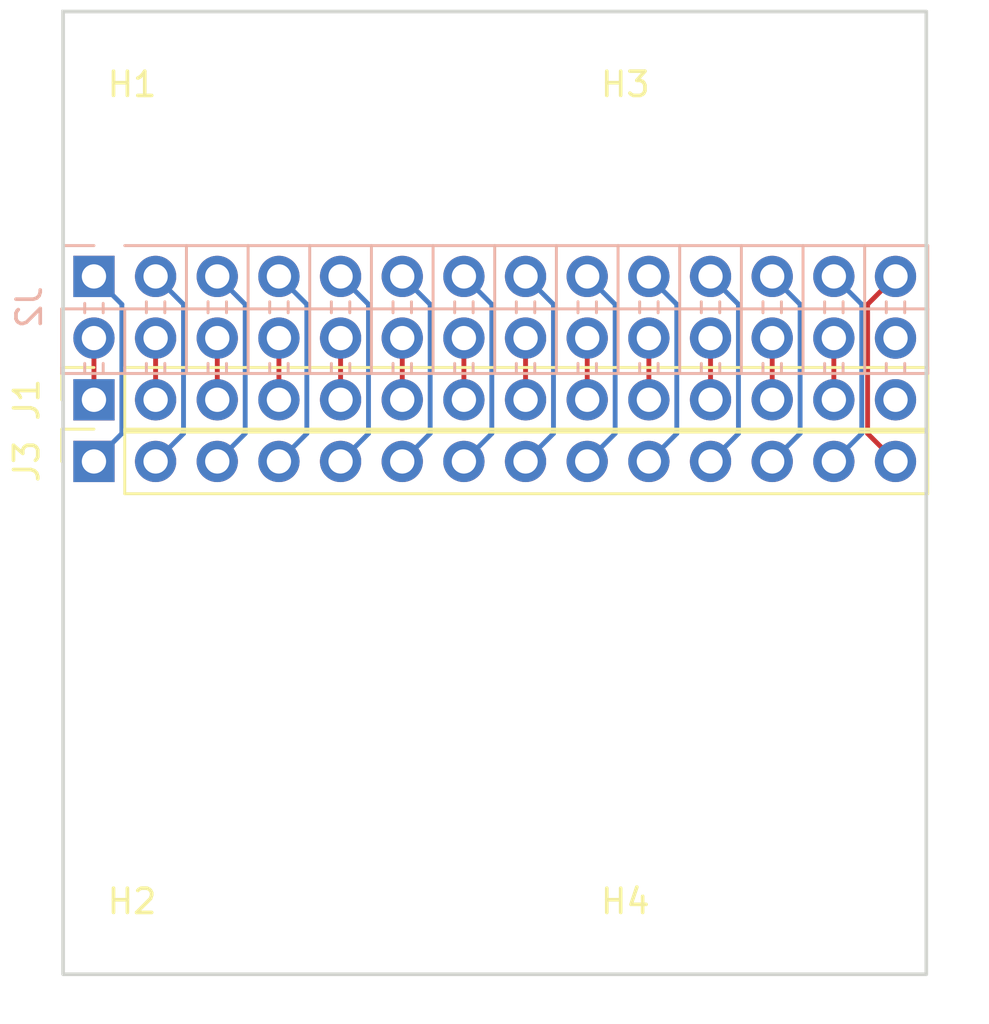
<source format=kicad_pcb>
(kicad_pcb (version 20240108) (generator "pcbnew") (generator_version "8.0")
  (layers (0 "F.Cu" signal) (31 "B.Cu" signal) (34 "B.Paste" user) (35 "F.Paste" user) (36 "B.SilkS" user "B.Silkscreen") (37 "F.SilkS" user "F.Silkscreen") (38 "B.Mask" user) (39 "F.Mask" user) (44 "Edge.Cuts" user))
  (net 0 "")
  (net 1 "/a01")
  (net 2 "/a05")
  (net 3 "/a14")
  (net 4 "/a11")
  (net 5 "/a02")
  (net 6 "/a06")
  (net 7 "/a13")
  (net 8 "/a07")
  (net 9 "/a12")
  (net 10 "/a03")
  (net 11 "/a10")
  (net 12 "/a08")
  (net 13 "/a04")
  (net 14 "/a09")
  (net 15 "/b10")
  (net 16 "/b06")
  (net 17 "/b01")
  (net 18 "/b11")
  (net 19 "/b12")
  (net 20 "/b05")
  (net 21 "/b13")
  (net 22 "/b07")
  (net 23 "/b08")
  (net 24 "/b02")
  (net 25 "/b14")
  (net 26 "/b09")
  (net 27 "/b04")
  (net 28 "/b03")
  (footprint "Connector_PinSocket_2.54mm:PinSocket_1x14_P2.54mm_Vertical" (layer "F.Cu") (at 1.27 20.955 90)
    (property "Reference" "J3" (at 0 -2.77 90) (layer "F.SilkS"))
    (property "Value" "Conn_01x14_Socket")
    (fp_line (start 1.33 -1.33) (end 1.33 0) (stroke (width 0.12)) (layer "F.SilkS"))
    (fp_line (start 0 -1.33) (end 1.33 -1.33) (stroke (width 0.12)) (layer "F.SilkS"))
    (fp_line (start 1.33 1.27) (end 1.33 34.35) (stroke (width 0.12)) (layer "F.SilkS"))
    (fp_line (start -1.33 1.27) (end 1.33 1.27) (stroke (width 0.12)) (layer "F.SilkS"))
    (fp_line (start -1.33 1.27) (end -1.33 34.35) (stroke (width 0.12)) (layer "F.SilkS"))
    (fp_line (start -1.33 34.35) (end 1.33 34.35) (stroke (width 0.12)) (layer "F.SilkS"))
    (pad "1" thru_hole rect (at 0 0 90) (size 1.7 1.7) (drill 1) (layers "*.Cu" "*.Mask") (net 17 "/b01"))
    (pad "2" thru_hole oval (at 0 2.54 90) (size 1.7 1.7) (drill 1) (layers "*.Cu" "*.Mask") (net 24 "/b02"))
    (pad "3" thru_hole oval (at 0 5.08 90) (size 1.7 1.7) (drill 1) (layers "*.Cu" "*.Mask") (net 28 "/b03"))
    (pad "4" thru_hole oval (at 0 7.62 90) (size 1.7 1.7) (drill 1) (layers "*.Cu" "*.Mask") (net 27 "/b04"))
    (pad "5" thru_hole oval (at 0 10.16 90) (size 1.7 1.7) (drill 1) (layers "*.Cu" "*.Mask") (net 20 "/b05"))
    (pad "6" thru_hole oval (at 0 12.7 90) (size 1.7 1.7) (drill 1) (layers "*.Cu" "*.Mask") (net 16 "/b06"))
    (pad "7" thru_hole oval (at 0 15.24 90) (size 1.7 1.7) (drill 1) (layers "*.Cu" "*.Mask") (net 22 "/b07"))
    (pad "8" thru_hole oval (at 0 17.78 90) (size 1.7 1.7) (drill 1) (layers "*.Cu" "*.Mask") (net 23 "/b08"))
    (pad "9" thru_hole oval (at 0 20.32 90) (size 1.7 1.7) (drill 1) (layers "*.Cu" "*.Mask") (net 26 "/b09"))
    (pad "10" thru_hole oval (at 0 22.86 90) (size 1.7 1.7) (drill 1) (layers "*.Cu" "*.Mask") (net 15 "/b10"))
    (pad "11" thru_hole oval (at 0 25.4 90) (size 1.7 1.7) (drill 1) (layers "*.Cu" "*.Mask") (net 18 "/b11"))
    (pad "12" thru_hole oval (at 0 27.94 90) (size 1.7 1.7) (drill 1) (layers "*.Cu" "*.Mask") (net 19 "/b12"))
    (pad "13" thru_hole oval (at 0 30.48 90) (size 1.7 1.7) (drill 1) (layers "*.Cu" "*.Mask") (net 21 "/b13"))
    (pad "14" thru_hole oval (at 0 33.02 90) (size 1.7 1.7) (drill 1) (layers "*.Cu" "*.Mask") (net 25 "/b14"))
  )
  (footprint "EXC:MountingHole_3.2mm_M3" (layer "F.Cu") (at 27.94 5.425)
    (property "Reference" "H3" (at -3.683 0 0) (layer "F.SilkS") (effects (justify right)))
    (property "Value" "Eurorack_M3_MountingHole")
    (pad "" np_thru_hole oval (at 0 0) (size 4.8 3.2) (drill oval 4.8 3.2) (layers "F&B.Cu" "*.Mask"))
  )
  (footprint "Connector_PinSocket_2.54mm:PinSocket_1x14_P2.54mm_Vertical" (layer "F.Cu") (at 1.27 18.415 90)
    (property "Reference" "J1" (at 0 -2.77 90) (layer "F.SilkS"))
    (property "Value" "Conn_01x14_Socket")
    (fp_line (start 1.33 -1.33) (end 1.33 0) (stroke (width 0.12)) (layer "F.SilkS"))
    (fp_line (start 0 -1.33) (end 1.33 -1.33) (stroke (width 0.12)) (layer "F.SilkS"))
    (fp_line (start 1.33 1.27) (end 1.33 34.35) (stroke (width 0.12)) (layer "F.SilkS"))
    (fp_line (start -1.33 1.27) (end 1.33 1.27) (stroke (width 0.12)) (layer "F.SilkS"))
    (fp_line (start -1.33 1.27) (end -1.33 34.35) (stroke (width 0.12)) (layer "F.SilkS"))
    (fp_line (start -1.33 34.35) (end 1.33 34.35) (stroke (width 0.12)) (layer "F.SilkS"))
    (pad "1" thru_hole rect (at 0 0 90) (size 1.7 1.7) (drill 1) (layers "*.Cu" "*.Mask") (net 1 "/a01"))
    (pad "2" thru_hole oval (at 0 2.54 90) (size 1.7 1.7) (drill 1) (layers "*.Cu" "*.Mask") (net 5 "/a02"))
    (pad "3" thru_hole oval (at 0 5.08 90) (size 1.7 1.7) (drill 1) (layers "*.Cu" "*.Mask") (net 10 "/a03"))
    (pad "4" thru_hole oval (at 0 7.62 90) (size 1.7 1.7) (drill 1) (layers "*.Cu" "*.Mask") (net 13 "/a04"))
    (pad "5" thru_hole oval (at 0 10.16 90) (size 1.7 1.7) (drill 1) (layers "*.Cu" "*.Mask") (net 2 "/a05"))
    (pad "6" thru_hole oval (at 0 12.7 90) (size 1.7 1.7) (drill 1) (layers "*.Cu" "*.Mask") (net 6 "/a06"))
    (pad "7" thru_hole oval (at 0 15.24 90) (size 1.7 1.7) (drill 1) (layers "*.Cu" "*.Mask") (net 8 "/a07"))
    (pad "8" thru_hole oval (at 0 17.78 90) (size 1.7 1.7) (drill 1) (layers "*.Cu" "*.Mask") (net 12 "/a08"))
    (pad "9" thru_hole oval (at 0 20.32 90) (size 1.7 1.7) (drill 1) (layers "*.Cu" "*.Mask") (net 14 "/a09"))
    (pad "10" thru_hole oval (at 0 22.86 90) (size 1.7 1.7) (drill 1) (layers "*.Cu" "*.Mask") (net 11 "/a10"))
    (pad "11" thru_hole oval (at 0 25.4 90) (size 1.7 1.7) (drill 1) (layers "*.Cu" "*.Mask") (net 4 "/a11"))
    (pad "12" thru_hole oval (at 0 27.94 90) (size 1.7 1.7) (drill 1) (layers "*.Cu" "*.Mask") (net 9 "/a12"))
    (pad "13" thru_hole oval (at 0 30.48 90) (size 1.7 1.7) (drill 1) (layers "*.Cu" "*.Mask") (net 7 "/a13"))
    (pad "14" thru_hole oval (at 0 33.02 90) (size 1.7 1.7) (drill 1) (layers "*.Cu" "*.Mask") (net 3 "/a14"))
  )
  (footprint "EXC:MountingHole_3.2mm_M3" (layer "F.Cu") (at 7.62 5.425)
    (property "Reference" "H1" (at -3.683 0 0) (layer "F.SilkS") (effects (justify right)))
    (property "Value" "Eurorack_M3_MountingHole")
    (pad "" np_thru_hole oval (at 0 0) (size 4.8 3.2) (drill oval 4.8 3.2) (layers "F&B.Cu" "*.Mask"))
  )
  (footprint "EXC:MountingHole_3.2mm_M3" (layer "F.Cu") (at 27.94 39.075)
    (property "Reference" "H4" (at -3.683 0 0) (layer "F.SilkS") (effects (justify right)))
    (property "Value" "Eurorack_M3_MountingHole")
    (pad "" np_thru_hole oval (at 0 0) (size 4.8 3.2) (drill oval 4.8 3.2) (layers "F&B.Cu" "*.Mask"))
  )
  (footprint "EXC:MountingHole_3.2mm_M3" (layer "F.Cu") (at 7.62 39.075)
    (property "Reference" "H2" (at -3.683 0 0) (layer "F.SilkS") (effects (justify right)))
    (property "Value" "Eurorack_M3_MountingHole")
    (pad "" np_thru_hole oval (at 0 0) (size 4.8 3.2) (drill oval 4.8 3.2) (layers "F&B.Cu" "*.Mask"))
  )
  (footprint "EXC:MountingHole_3.2mm_M3" (layer "F.Cu") (at 19.05 28.1)
    (property "Reference" "REF**" (hide yes))
    (property "Value" "MountingHole_3.2mm_M3" (hide yes))
    (pad "" np_thru_hole oval (at 0 0) (size 18.575 10.75) (drill oval 18.575 10.75) (layers "F&B.Cu" "*.Mask"))
  )
  (footprint "Connector_PinHeader_2.54mm:PinHeader_2x14_P2.54mm_Horizontal" (layer "B.Cu") (at 1.27 13.335 -90)
    (property "Reference" "J2" (at 1.27 2.667 90) (layer "B.SilkS") (effects (justify mirror)))
    (property "Value" "Conn_02x14_Odd_Even")
    (fp_line (start 1.337 1.33) (end 3.997 1.33) (stroke (width 0.12)) (layer "B.SilkS"))
    (fp_line (start 3.997 1.33) (end 3.997 -34.35) (stroke (width 0.12)) (layer "B.SilkS"))
    (fp_line (start -1.27 1.27) (end -1.27 0) (stroke (width 0.12)) (layer "B.SilkS"))
    (fp_line (start 0 1.27) (end -1.27 1.27) (stroke (width 0.12)) (layer "B.SilkS"))
    (fp_line (start 1.497071 0.38) (end 1.11 0.38) (stroke (width 0.12)) (layer "B.SilkS"))
    (fp_line (start 3.98 0.38) (end 3.582929 0.38) (stroke (width 0.12)) (layer "B.SilkS"))
    (fp_line (start 1.497071 -0.38) (end 1.11 -0.38) (stroke (width 0.12)) (layer "B.SilkS"))
    (fp_line (start 3.98 -0.38) (end 3.582929 -0.38) (stroke (width 0.12)) (layer "B.SilkS"))
    (fp_line (start 3.997 -1.27) (end 1.337 -1.27) (stroke (width 0.12)) (layer "B.SilkS"))
    (fp_line (start 1.497071 -2.16) (end 1.042929 -2.16) (stroke (width 0.12)) (layer "B.SilkS"))
    (fp_line (start 3.98 -2.16) (end 3.582929 -2.16) (stroke (width 0.12)) (layer "B.SilkS"))
    (fp_line (start 1.497071 -2.92) (end 1.042929 -2.92) (stroke (width 0.12)) (layer "B.SilkS"))
    (fp_line (start 3.98 -2.92) (end 3.582929 -2.92) (stroke (width 0.12)) (layer "B.SilkS"))
    (fp_line (start 1.39 -3.81) (end -1.27 -3.81) (stroke (width 0.12)) (layer "B.SilkS"))
    (fp_line (start 3.997 -3.81) (end 1.337 -3.81) (stroke (width 0.12)) (layer "B.SilkS"))
    (fp_line (start 1.497071 -4.7) (end 1.042929 -4.7) (stroke (width 0.12)) (layer "B.SilkS"))
    (fp_line (start 3.98 -4.7) (end 3.582929 -4.7) (stroke (width 0.12)) (layer "B.SilkS"))
    (fp_line (start 1.497071 -5.46) (end 1.042929 -5.46) (stroke (width 0.12)) (layer "B.SilkS"))
    (fp_line (start 3.98 -5.46) (end 3.582929 -5.46) (stroke (width 0.12)) (layer "B.SilkS"))
    (fp_line (start 1.39 -6.35) (end -1.27 -6.35) (stroke (width 0.12)) (layer "B.SilkS"))
    (fp_line (start 3.997 -6.35) (end 1.337 -6.35) (stroke (width 0.12)) (layer "B.SilkS"))
    (fp_line (start 1.497071 -7.24) (end 1.042929 -7.24) (stroke (width 0.12)) (layer "B.SilkS"))
    (fp_line (start 3.98 -7.24) (end 3.582929 -7.24) (stroke (width 0.12)) (layer "B.SilkS"))
    (fp_line (start 1.497071 -8) (end 1.042929 -8) (stroke (width 0.12)) (layer "B.SilkS"))
    (fp_line (start 3.98 -8) (end 3.582929 -8) (stroke (width 0.12)) (layer "B.SilkS"))
    (fp_line (start 1.39 -8.89) (end -1.27 -8.89) (stroke (width 0.12)) (layer "B.SilkS"))
    (fp_line (start 3.997 -8.89) (end 1.337 -8.89) (stroke (width 0.12)) (layer "B.SilkS"))
    (fp_line (start 1.497071 -9.78) (end 1.042929 -9.78) (stroke (width 0.12)) (layer "B.SilkS"))
    (fp_line (start 3.98 -9.78) (end 3.582929 -9.78) (stroke (width 0.12)) (layer "B.SilkS"))
    (fp_line (start 1.497071 -10.54) (end 1.042929 -10.54) (stroke (width 0.12)) (layer "B.SilkS"))
    (fp_line (start 3.98 -10.54) (end 3.582929 -10.54) (stroke (width 0.12)) (layer "B.SilkS"))
    (fp_line (start 1.39 -11.43) (end -1.27 -11.43) (stroke (width 0.12)) (layer "B.SilkS"))
    (fp_line (start 3.997 -11.43) (end 1.337 -11.43) (stroke (width 0.12)) (layer "B.SilkS"))
    (fp_line (start 1.497071 -12.32) (end 1.042929 -12.32) (stroke (width 0.12)) (layer "B.SilkS"))
    (fp_line (start 3.98 -12.32) (end 3.582929 -12.32) (stroke (width 0.12)) (layer "B.SilkS"))
    (fp_line (start 1.497071 -13.08) (end 1.042929 -13.08) (stroke (width 0.12)) (layer "B.SilkS"))
    (fp_line (start 3.98 -13.08) (end 3.582929 -13.08) (stroke (width 0.12)) (layer "B.SilkS"))
    (fp_line (start 1.39 -13.97) (end -1.27 -13.97) (stroke (width 0.12)) (layer "B.SilkS"))
    (fp_line (start 3.997 -13.97) (end 1.337 -13.97) (stroke (width 0.12)) (layer "B.SilkS"))
    (fp_line (start 1.497071 -14.86) (end 1.042929 -14.86) (stroke (width 0.12)) (layer "B.SilkS"))
    (fp_line (start 3.98 -14.86) (end 3.582929 -14.86) (stroke (width 0.12)) (layer "B.SilkS"))
    (fp_line (start 1.497071 -15.62) (end 1.042929 -15.62) (stroke (width 0.12)) (layer "B.SilkS"))
    (fp_line (start 3.98 -15.62) (end 3.582929 -15.62) (stroke (width 0.12)) (layer "B.SilkS"))
    (fp_line (start 1.39 -16.51) (end -1.27 -16.51) (stroke (width 0.12)) (layer "B.SilkS"))
    (fp_line (start 3.997 -16.51) (end 1.337 -16.51) (stroke (width 0.12)) (layer "B.SilkS"))
    (fp_line (start 1.497071 -17.4) (end 1.042929 -17.4) (stroke (width 0.12)) (layer "B.SilkS"))
    (fp_line (start 3.98 -17.4) (end 3.582929 -17.4) (stroke (width 0.12)) (layer "B.SilkS"))
    (fp_line (start 1.497071 -18.16) (end 1.042929 -18.16) (stroke (width 0.12)) (layer "B.SilkS"))
    (fp_line (start 3.98 -18.16) (end 3.582929 -18.16) (stroke (width 0.12)) (layer "B.SilkS"))
    (fp_line (start 1.39 -19.05) (end -1.27 -19.05) (stroke (width 0.12)) (layer "B.SilkS"))
    (fp_line (start 3.997 -19.05) (end 1.337 -19.05) (stroke (width 0.12)) (layer "B.SilkS"))
    (fp_line (start 1.497071 -19.94) (end 1.042929 -19.94) (stroke (width 0.12)) (layer "B.SilkS"))
    (fp_line (start 3.98 -19.94) (end 3.582929 -19.94) (stroke (width 0.12)) (layer "B.SilkS"))
    (fp_line (start 1.497071 -20.7) (end 1.042929 -20.7) (stroke (width 0.12)) (layer "B.SilkS"))
    (fp_line (start 3.98 -20.7) (end 3.582929 -20.7) (stroke (width 0.12)) (layer "B.SilkS"))
    (fp_line (start 1.39 -21.59) (end -1.27 -21.59) (stroke (width 0.12)) (layer "B.SilkS"))
    (fp_line (start 3.997 -21.59) (end 1.337 -21.59) (stroke (width 0.12)) (layer "B.SilkS"))
    (fp_line (start 1.497071 -22.48) (end 1.042929 -22.48) (stroke (width 0.12)) (layer "B.SilkS"))
    (fp_line (start 3.98 -22.48) (end 3.582929 -22.48) (stroke (width 0.12)) (layer "B.SilkS"))
    (fp_line (start 1.497071 -23.24) (end 1.042929 -23.24) (stroke (width 0.12)) (layer "B.SilkS"))
    (fp_line (start 3.98 -23.24) (end 3.582929 -23.24) (stroke (width 0.12)) (layer "B.SilkS"))
    (fp_line (start 1.39 -24.13) (end -1.27 -24.13) (stroke (width 0.12)) (layer "B.SilkS"))
    (fp_line (start 3.997 -24.13) (end 1.337 -24.13) (stroke (width 0.12)) (layer "B.SilkS"))
    (fp_line (start 1.497071 -25.02) (end 1.042929 -25.02) (stroke (width 0.12)) (layer "B.SilkS"))
    (fp_line (start 3.98 -25.02) (end 3.582929 -25.02) (stroke (width 0.12)) (layer "B.SilkS"))
    (fp_line (start 1.497071 -25.78) (end 1.042929 -25.78) (stroke (width 0.12)) (layer "B.SilkS"))
    (fp_line (start 3.98 -25.78) (end 3.582929 -25.78) (stroke (width 0.12)) (layer "B.SilkS"))
    (fp_line (start 1.39 -26.67) (end -1.27 -26.67) (stroke (width 0.12)) (layer "B.SilkS"))
    (fp_line (start 3.997 -26.67) (end 1.337 -26.67) (stroke (width 0.12)) (layer "B.SilkS"))
    (fp_line (start 1.497071 -27.56) (end 1.042929 -27.56) (stroke (width 0.12)) (layer "B.SilkS"))
    (fp_line (start 3.98 -27.56) (end 3.582929 -27.56) (stroke (width 0.12)) (layer "B.SilkS"))
    (fp_line (start 1.497071 -28.32) (end 1.042929 -28.32) (stroke (width 0.12)) (layer "B.SilkS"))
    (fp_line (start 3.98 -28.32) (end 3.582929 -28.32) (stroke (width 0.12)) (layer "B.SilkS"))
    (fp_line (start 1.39 -29.21) (end -1.27 -29.21) (stroke (width 0.12)) (layer "B.SilkS"))
    (fp_line (start 3.997 -29.21) (end 1.337 -29.21) (stroke (width 0.12)) (layer "B.SilkS"))
    (fp_line (start 1.497071 -30.1) (end 1.042929 -30.1) (stroke (width 0.12)) (layer "B.SilkS"))
    (fp_line (start 3.98 -30.1) (end 3.582929 -30.1) (stroke (width 0.12)) (layer "B.SilkS"))
    (fp_line (start 1.497071 -30.86) (end 1.042929 -30.86) (stroke (width 0.12)) (layer "B.SilkS"))
    (fp_line (start 3.98 -30.86) (end 3.582929 -30.86) (stroke (width 0.12)) (layer "B.SilkS"))
    (fp_line (start 1.39 -31.75) (end -1.27 -31.75) (stroke (width 0.12)) (layer "B.SilkS"))
    (fp_line (start 3.997 -31.75) (end 1.337 -31.75) (stroke (width 0.12)) (layer "B.SilkS"))
    (fp_line (start 1.497071 -32.64) (end 1.042929 -32.64) (stroke (width 0.12)) (layer "B.SilkS"))
    (fp_line (start 3.98 -32.64) (end 3.582929 -32.64) (stroke (width 0.12)) (layer "B.SilkS"))
    (fp_line (start 1.497071 -33.4) (end 1.042929 -33.4) (stroke (width 0.12)) (layer "B.SilkS"))
    (fp_line (start 3.98 -33.4) (end 3.582929 -33.4) (stroke (width 0.12)) (layer "B.SilkS"))
    (fp_line (start -1.27 -34.35) (end -1.27 -1.27) (stroke (width 0.12)) (layer "B.SilkS"))
    (fp_line (start 1.337 -34.35) (end 1.337 1.33) (stroke (width 0.12)) (layer "B.SilkS"))
    (fp_line (start 1.39 -34.35) (end -1.27 -34.35) (stroke (width 0.12)) (layer "B.SilkS"))
    (fp_line (start 3.997 -34.35) (end 1.337 -34.35) (stroke (width 0.12)) (layer "B.SilkS"))
    (pad "1" thru_hole rect (at 0 0 270) (size 1.7 1.7) (drill 1) (layers "*.Cu" "*.Mask") (net 17 "/b01"))
    (pad "2" thru_hole oval (at 2.54 0 270) (size 1.7 1.7) (drill 1) (layers "*.Cu" "*.Mask") (net 1 "/a01"))
    (pad "3" thru_hole oval (at 0 -2.54 270) (size 1.7 1.7) (drill 1) (layers "*.Cu" "*.Mask") (net 24 "/b02"))
    (pad "4" thru_hole oval (at 2.54 -2.54 270) (size 1.7 1.7) (drill 1) (layers "*.Cu" "*.Mask") (net 5 "/a02"))
    (pad "5" thru_hole oval (at 0 -5.08 270) (size 1.7 1.7) (drill 1) (layers "*.Cu" "*.Mask") (net 28 "/b03"))
    (pad "6" thru_hole oval (at 2.54 -5.08 270) (size 1.7 1.7) (drill 1) (layers "*.Cu" "*.Mask") (net 10 "/a03"))
    (pad "7" thru_hole oval (at 0 -7.62 270) (size 1.7 1.7) (drill 1) (layers "*.Cu" "*.Mask") (net 27 "/b04"))
    (pad "8" thru_hole oval (at 2.54 -7.62 270) (size 1.7 1.7) (drill 1) (layers "*.Cu" "*.Mask") (net 13 "/a04"))
    (pad "9" thru_hole oval (at 0 -10.16 270) (size 1.7 1.7) (drill 1) (layers "*.Cu" "*.Mask") (net 20 "/b05"))
    (pad "10" thru_hole oval (at 2.54 -10.16 270) (size 1.7 1.7) (drill 1) (layers "*.Cu" "*.Mask") (net 2 "/a05"))
    (pad "11" thru_hole oval (at 0 -12.7 270) (size 1.7 1.7) (drill 1) (layers "*.Cu" "*.Mask") (net 16 "/b06"))
    (pad "12" thru_hole oval (at 2.54 -12.7 270) (size 1.7 1.7) (drill 1) (layers "*.Cu" "*.Mask") (net 6 "/a06"))
    (pad "13" thru_hole oval (at 0 -15.24 270) (size 1.7 1.7) (drill 1) (layers "*.Cu" "*.Mask") (net 22 "/b07"))
    (pad "14" thru_hole oval (at 2.54 -15.24 270) (size 1.7 1.7) (drill 1) (layers "*.Cu" "*.Mask") (net 8 "/a07"))
    (pad "15" thru_hole oval (at 0 -17.78 270) (size 1.7 1.7) (drill 1) (layers "*.Cu" "*.Mask") (net 23 "/b08"))
    (pad "16" thru_hole oval (at 2.54 -17.78 270) (size 1.7 1.7) (drill 1) (layers "*.Cu" "*.Mask") (net 12 "/a08"))
    (pad "17" thru_hole oval (at 0 -20.32 270) (size 1.7 1.7) (drill 1) (layers "*.Cu" "*.Mask") (net 26 "/b09"))
    (pad "18" thru_hole oval (at 2.54 -20.32 270) (size 1.7 1.7) (drill 1) (layers "*.Cu" "*.Mask") (net 14 "/a09"))
    (pad "19" thru_hole oval (at 0 -22.86 270) (size 1.7 1.7) (drill 1) (layers "*.Cu" "*.Mask") (net 15 "/b10"))
    (pad "20" thru_hole oval (at 2.54 -22.86 270) (size 1.7 1.7) (drill 1) (layers "*.Cu" "*.Mask") (net 11 "/a10"))
    (pad "21" thru_hole oval (at 0 -25.4 270) (size 1.7 1.7) (drill 1) (layers "*.Cu" "*.Mask") (net 18 "/b11"))
    (pad "22" thru_hole oval (at 2.54 -25.4 270) (size 1.7 1.7) (drill 1) (layers "*.Cu" "*.Mask") (net 4 "/a11"))
    (pad "23" thru_hole oval (at 0 -27.94 270) (size 1.7 1.7) (drill 1) (layers "*.Cu" "*.Mask") (net 19 "/b12"))
    (pad "24" thru_hole oval (at 2.54 -27.94 270) (size 1.7 1.7) (drill 1) (layers "*.Cu" "*.Mask") (net 9 "/a12"))
    (pad "25" thru_hole oval (at 0 -30.48 270) (size 1.7 1.7) (drill 1) (layers "*.Cu" "*.Mask") (net 21 "/b13"))
    (pad "26" thru_hole oval (at 2.54 -30.48 270) (size 1.7 1.7) (drill 1) (layers "*.Cu" "*.Mask") (net 7 "/a13"))
    (pad "27" thru_hole oval (at 0 -33.02 270) (size 1.7 1.7) (drill 1) (layers "*.Cu" "*.Mask") (net 25 "/b14"))
    (pad "28" thru_hole oval (at 2.54 -33.02 270) (size 1.7 1.7) (drill 1) (layers "*.Cu" "*.Mask") (net 3 "/a14"))
  )
  (gr_rect (start 0 2.425) (end 35.56 42.075) (stroke (width 0.15)) (fill none) (layer "Edge.Cuts"))
  (segment (start 1.27 15.875) (end 1.27 18.415) (width 0.2) (layer "F.Cu") (net 1))
  (segment (start 11.43 15.875) (end 11.43 18.415) (width 0.2) (layer "F.Cu") (net 2))
  (segment (start 26.67 15.875) (end 26.67 18.415) (width 0.2) (layer "F.Cu") (net 4))
  (segment (start 3.81 15.875) (end 3.81 18.415) (width 0.2) (layer "F.Cu") (net 5))
  (segment (start 13.97 15.875) (end 13.97 18.415) (width 0.2) (layer "F.Cu") (net 6))
  (segment (start 31.75 15.875) (end 31.75 18.415) (width 0.2) (layer "F.Cu") (net 7))
  (segment (start 16.51 15.875) (end 16.51 18.415) (width 0.2) (layer "F.Cu") (net 8))
  (segment (start 29.21 15.875) (end 29.21 18.415) (width 0.2) (layer "F.Cu") (net 9))
  (segment (start 6.35 15.875) (end 6.35 18.415) (width 0.2) (layer "F.Cu") (net 10))
  (segment (start 24.13 15.875) (end 24.13 18.415) (width 0.2) (layer "F.Cu") (net 11))
  (segment (start 19.05 15.875) (end 19.05 18.415) (width 0.2) (layer "F.Cu") (net 12))
  (segment (start 8.89 15.875) (end 8.89 18.415) (width 0.2) (layer "F.Cu") (net 13))
  (segment (start 21.59 15.875) (end 21.59 18.415) (width 0.2) (layer "F.Cu") (net 14))
  (segment (start 25.28 19.805) (end 24.13 20.955) (width 0.2) (layer "B.Cu") (net 15))
  (segment (start 25.28 14.485) (end 25.28 19.805) (width 0.2) (layer "B.Cu") (net 15))
  (segment (start 24.13 13.335) (end 25.28 14.485) (width 0.2) (layer "B.Cu") (net 15))
  (segment (start 15.12 19.805) (end 13.97 20.955) (width 0.2) (layer "B.Cu") (net 16))
  (segment (start 13.97 13.335) (end 15.12 14.485) (width 0.2) (layer "B.Cu") (net 16))
  (segment (start 15.12 14.485) (end 15.12 19.805) (width 0.2) (layer "B.Cu") (net 16))
  (segment (start 2.42 19.805) (end 1.27 20.955) (width 0.2) (layer "B.Cu") (net 17))
  (segment (start 1.27 13.335) (end 2.42 14.485) (width 0.2) (layer "B.Cu") (net 17))
  (segment (start 2.42 14.485) (end 2.42 19.805) (width 0.2) (layer "B.Cu") (net 17))
  (segment (start 27.82 14.485) (end 27.82 19.805) (width 0.2) (layer "B.Cu") (net 18))
  (segment (start 26.67 13.335) (end 27.82 14.485) (width 0.2) (layer "B.Cu") (net 18))
  (segment (start 27.82 19.805) (end 26.67 20.955) (width 0.2) (layer "B.Cu") (net 18))
  (segment (start 30.36 19.805) (end 29.21 20.955) (width 0.2) (layer "B.Cu") (net 19))
  (segment (start 30.36 14.485) (end 30.36 19.805) (width 0.2) (layer "B.Cu") (net 19))
  (segment (start 29.21 13.335) (end 30.36 14.485) (width 0.2) (layer "B.Cu") (net 19))
  (segment (start 11.43 13.335) (end 12.58 14.485) (width 0.2) (layer "B.Cu") (net 20))
  (segment (start 12.58 14.485) (end 12.58 19.805) (width 0.2) (layer "B.Cu") (net 20))
  (segment (start 12.58 19.805) (end 11.43 20.955) (width 0.2) (layer "B.Cu") (net 20))
  (segment (start 31.75 13.335) (end 32.9 14.485) (width 0.2) (layer "B.Cu") (net 21))
  (segment (start 32.9 19.805) (end 31.75 20.955) (width 0.2) (layer "B.Cu") (net 21))
  (segment (start 32.9 14.485) (end 32.9 19.805) (width 0.2) (layer "B.Cu") (net 21))
  (segment (start 17.66 19.805) (end 16.51 20.955) (width 0.2) (layer "B.Cu") (net 22))
  (segment (start 17.66 14.485) (end 17.66 19.805) (width 0.2) (layer "B.Cu") (net 22))
  (segment (start 16.51 13.335) (end 17.66 14.485) (width 0.2) (layer "B.Cu") (net 22))
  (segment (start 20.2 19.805) (end 19.05 20.955) (width 0.2) (layer "B.Cu") (net 23))
  (segment (start 19.05 13.335) (end 20.2 14.485) (width 0.2) (layer "B.Cu") (net 23))
  (segment (start 20.2 14.485) (end 20.2 19.805) (width 0.2) (layer "B.Cu") (net 23))
  (segment (start 4.96 19.805) (end 3.81 20.955) (width 0.2) (layer "B.Cu") (net 24))
  (segment (start 4.96 14.485) (end 4.96 19.805) (width 0.2) (layer "B.Cu") (net 24))
  (segment (start 3.81 13.335) (end 4.96 14.485) (width 0.2) (layer "B.Cu") (net 24))
  (segment (start 33.14 14.485) (end 33.14 19.805) (width 0.2) (layer "F.Cu") (net 25))
  (segment (start 33.14 19.805) (end 34.29 20.955) (width 0.2) (layer "F.Cu") (net 25))
  (segment (start 34.29 13.335) (end 33.14 14.485) (width 0.2) (layer "F.Cu") (net 25))
  (segment (start 21.59 13.335) (end 22.74 14.485) (width 0.2) (layer "B.Cu") (net 26))
  (segment (start 22.74 19.805) (end 21.59 20.955) (width 0.2) (layer "B.Cu") (net 26))
  (segment (start 22.74 14.485) (end 22.74 19.805) (width 0.2) (layer "B.Cu") (net 26))
  (segment (start 10.04 19.805) (end 8.89 20.955) (width 0.2) (layer "B.Cu") (net 27))
  (segment (start 10.04 14.485) (end 10.04 19.805) (width 0.2) (layer "B.Cu") (net 27))
  (segment (start 8.89 13.335) (end 10.04 14.485) (width 0.2) (layer "B.Cu") (net 27))
  (segment (start 7.5 14.485) (end 7.5 19.805) (width 0.2) (layer "B.Cu") (net 28))
  (segment (start 7.5 19.805) (end 6.35 20.955) (width 0.2) (layer "B.Cu") (net 28))
  (segment (start 6.35 13.335) (end 7.5 14.485) (width 0.2) (layer "B.Cu") (net 28))
)
</source>
